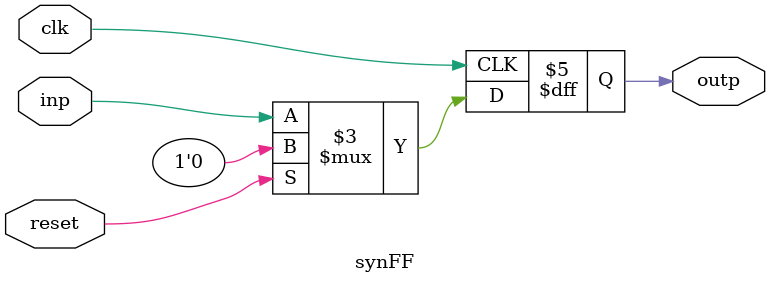
<source format=v>
`ifndef SYNDFF_V
`define SYNDFF_V

module synFF (
    clk, inp, outp, reset
);
    input clk, inp, reset;
    output reg outp;

    always @(posedge clk) begin
        if (reset) begin
            outp <= 1'b0;
        end
        else outp <= inp;
    end
endmodule

`endif 
</source>
